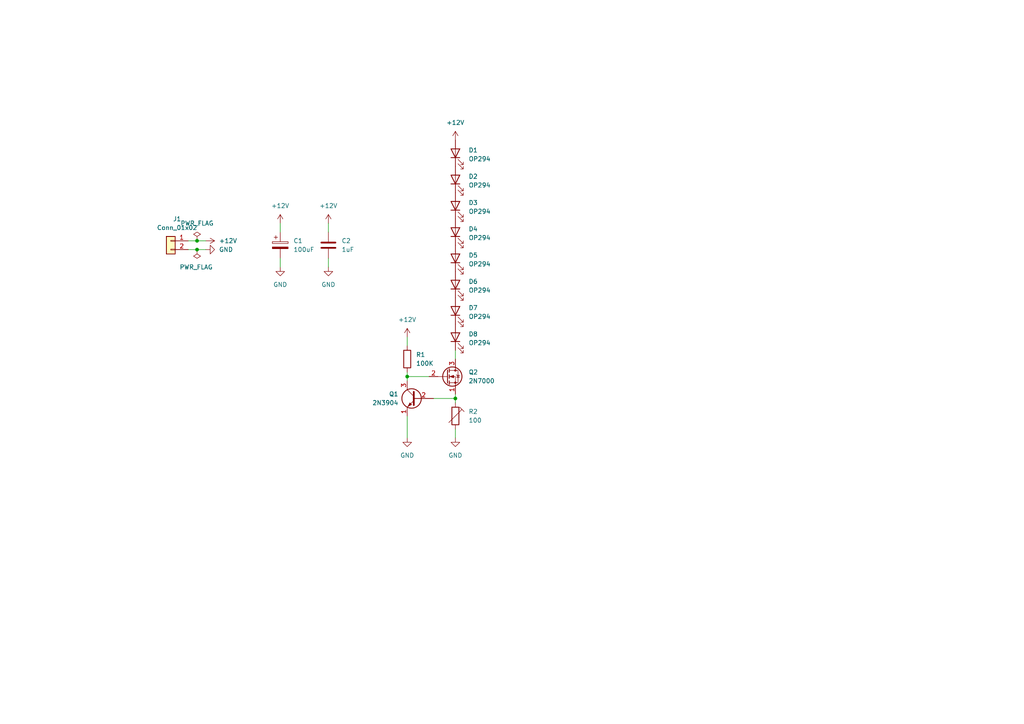
<source format=kicad_sch>
(kicad_sch (version 20210621) (generator eeschema)
  (paper "A4")
  (lib_symbols
    (symbol "Connector_Generic:Conn_01x02" (pin_names (offset 1.016) hide)
      (property "Reference" "J" (at 0 2.54 0))
      (property "Value" "Conn_01x02" (at 0 -5.08 0))
      (symbol "Conn_01x02_1_1"
        (rectangle (start -1.27 -2.413) (end 0 -2.667) (stroke (width 0.1524)))
        (rectangle (start -1.27 0.127) (end 0 -0.127) (stroke (width 0.1524)))
        (rectangle (start -1.27 1.27) (end 1.27 -3.81) (stroke (width 0.254)) (fill (type background)))
        (pin passive line (at -5.08 0 0) (length 3.81) (name "Pin_1") (number "1"))
        (pin passive line (at -5.08 -2.54 0) (length 3.81) (name "Pin_2") (number "2"))
      )
    )
    (symbol "Device:C" (pin_numbers hide) (pin_names (offset 0.254))
      (property "Reference" "C" (at 0.635 2.54 0))
      (property "Value" "C" (at 0.635 -2.54 0))
      (symbol "C_0_1"
        (polyline (pts (xy -2.032 -0.762) (xy 2.032 -0.762)) (stroke (width 0.508)))
        (polyline (pts (xy -2.032 0.762) (xy 2.032 0.762)) (stroke (width 0.508)))
      )
      (symbol "C_1_1"
        (pin passive line (at 0 3.81 270) (length 2.794) (name "~") (number "1"))
        (pin passive line (at 0 -3.81 90) (length 2.794) (name "~") (number "2"))
      )
    )
    (symbol "Device:C_Polarized" (pin_numbers hide) (pin_names (offset 0.254))
      (property "Reference" "C" (at 0.635 2.54 0))
      (property "Value" "C_Polarized" (at 0.635 -2.54 0))
      (symbol "C_Polarized_0_1"
        (rectangle (start -2.286 0.508) (end 2.286 1.016))
        (rectangle (start 2.286 -0.508) (end -2.286 -1.016) (fill (type outline)))
        (polyline (pts (xy -1.778 2.286) (xy -0.762 2.286)))
        (polyline (pts (xy -1.27 2.794) (xy -1.27 1.778)))
      )
      (symbol "C_Polarized_1_1"
        (pin passive line (at 0 3.81 270) (length 2.794) (name "~") (number "1"))
        (pin passive line (at 0 -3.81 90) (length 2.794) (name "~") (number "2"))
      )
    )
    (symbol "Device:LED" (pin_numbers hide) (pin_names (offset 1.016) hide)
      (property "Reference" "D" (at 0 2.54 0))
      (property "Value" "LED" (at 0 -2.54 0))
      (symbol "LED_0_1"
        (polyline (pts (xy -1.27 -1.27) (xy -1.27 1.27)) (stroke (width 0.254)))
        (polyline (pts (xy -1.27 0) (xy 1.27 0)))
        (polyline (pts (xy 1.27 -1.27) (xy 1.27 1.27) (xy -1.27 0) (xy 1.27 -1.27)) (stroke (width 0.254)))
        (polyline (pts (xy -3.048 -0.762) (xy -4.572 -2.286) (xy -3.81 -2.286) (xy -4.572 -2.286) (xy -4.572 -1.524)))
        (polyline (pts (xy -1.778 -0.762) (xy -3.302 -2.286) (xy -2.54 -2.286) (xy -3.302 -2.286) (xy -3.302 -1.524)))
      )
      (symbol "LED_1_1"
        (pin passive line (at -3.81 0 0) (length 2.54) (name "K") (number "1"))
        (pin passive line (at 3.81 0 180) (length 2.54) (name "A") (number "2"))
      )
    )
    (symbol "Device:R" (pin_numbers hide) (pin_names (offset 0))
      (property "Reference" "R" (at 2.032 0 90))
      (property "Value" "R" (at 0 0 90))
      (symbol "R_0_1"
        (rectangle (start -1.016 -2.54) (end 1.016 2.54) (stroke (width 0.254)))
      )
      (symbol "R_1_1"
        (pin passive line (at 0 3.81 270) (length 1.27) (name "~") (number "1"))
        (pin passive line (at 0 -3.81 90) (length 1.27) (name "~") (number "2"))
      )
    )
    (symbol "Device:R_Trim" (pin_numbers hide) (pin_names (offset 0))
      (property "Reference" "R" (at 2.54 -2.54 90))
      (property "Value" "R_Trim" (at -2.54 -0.635 90))
      (symbol "R_Trim_0_1"
        (rectangle (start -1.016 -2.54) (end 1.016 2.54) (stroke (width 0.254)))
        (polyline (pts (xy -1.905 -1.905) (xy 1.905 1.905) (xy 2.54 1.27) (xy 1.27 2.54)))
      )
      (symbol "R_Trim_1_1"
        (pin passive line (at 0 3.81 270) (length 1.27) (name "~") (number "1"))
        (pin passive line (at 0 -3.81 90) (length 1.27) (name "~") (number "2"))
      )
    )
    (symbol "Transistor_BJT:2N3904" (pin_names (offset 0) hide)
      (property "Reference" "Q" (at 5.08 1.905 0))
      (property "Value" "2N3904" (at 5.08 0 0))
      (symbol "2N3904_0_1"
        (circle (center 1.27 0) (radius 2.8194) (stroke (width 0.254)))
        (polyline (pts (xy 0.635 0.635) (xy 2.54 2.54)))
        (polyline (pts (xy 0.635 -0.635) (xy 2.54 -2.54) (xy 2.54 -2.54)))
        (polyline (pts (xy 0.635 1.905) (xy 0.635 -1.905) (xy 0.635 -1.905)) (stroke (width 0.508)))
        (polyline (pts (xy 1.27 -1.778) (xy 1.778 -1.27) (xy 2.286 -2.286) (xy 1.27 -1.778) (xy 1.27 -1.778)) (fill (type outline)))
      )
      (symbol "2N3904_1_1"
        (pin passive line (at 2.54 -5.08 90) (length 2.54) (name "E") (number "1"))
        (pin passive line (at -5.08 0 0) (length 5.715) (name "B") (number "2"))
        (pin passive line (at 2.54 5.08 270) (length 2.54) (name "C") (number "3"))
      )
    )
    (symbol "Transistor_FET:2N7000" (pin_names hide)
      (property "Reference" "Q" (at 5.08 1.905 0))
      (property "Value" "2N7000" (at 5.08 0 0))
      (symbol "2N7000_0_1"
        (circle (center 1.651 0) (radius 2.794) (stroke (width 0.254)))
        (circle (center 2.54 -1.778) (radius 0.254) (fill (type outline)))
        (circle (center 2.54 1.778) (radius 0.254) (fill (type outline)))
        (polyline (pts (xy 0.254 0) (xy -2.54 0)))
        (polyline (pts (xy 0.254 1.905) (xy 0.254 -1.905)) (stroke (width 0.254)))
        (polyline (pts (xy 0.762 -1.27) (xy 0.762 -2.286)) (stroke (width 0.254)))
        (polyline (pts (xy 0.762 0.508) (xy 0.762 -0.508)) (stroke (width 0.254)))
        (polyline (pts (xy 0.762 2.286) (xy 0.762 1.27)) (stroke (width 0.254)))
        (polyline (pts (xy 2.54 2.54) (xy 2.54 1.778)))
        (polyline (pts (xy 2.54 -2.54) (xy 2.54 0) (xy 0.762 0)))
        (polyline (pts (xy 0.762 -1.778) (xy 3.302 -1.778) (xy 3.302 1.778) (xy 0.762 1.778)))
        (polyline (pts (xy 2.794 0.508) (xy 2.921 0.381) (xy 3.683 0.381) (xy 3.81 0.254)))
        (polyline (pts (xy 3.302 0.381) (xy 2.921 -0.254) (xy 3.683 -0.254) (xy 3.302 0.381)))
        (polyline (pts (xy 1.016 0) (xy 2.032 0.381) (xy 2.032 -0.381) (xy 1.016 0)) (fill (type outline)))
      )
      (symbol "2N7000_1_1"
        (pin passive line (at 2.54 -5.08 90) (length 2.54) (name "S") (number "1"))
        (pin input line (at -5.08 0 0) (length 2.54) (name "G") (number "2"))
        (pin passive line (at 2.54 5.08 270) (length 2.54) (name "D") (number "3"))
      )
    )
    (symbol "power:+12V" (power) (pin_names (offset 0))
      (property "Value" "+12V" (at 0 3.556 0))
      (symbol "+12V_0_1"
        (polyline (pts (xy -0.762 1.27) (xy 0 2.54)))
        (polyline (pts (xy 0 0) (xy 0 2.54)))
        (polyline (pts (xy 0 2.54) (xy 0.762 1.27)))
      )
      (symbol "+12V_1_1"
        (pin power_in line (at 0 0 90) (length 0) hide (name "+12V") (number "1"))
      )
    )
    (symbol "power:GND" (power) (pin_names (offset 0))
      (property "Value" "GND" (at 0 -3.81 0))
      (symbol "GND_0_1"
        (polyline (pts (xy 0 0) (xy 0 -1.27) (xy 1.27 -1.27) (xy 0 -2.54) (xy -1.27 -1.27) (xy 0 -1.27)))
      )
      (symbol "GND_1_1"
        (pin power_in line (at 0 0 270) (length 0) hide (name "GND") (number "1"))
      )
    )
    (symbol "power:PWR_FLAG" (power) (pin_numbers hide) (pin_names (offset 0) hide)
      (property "Value" "PWR_FLAG" (at 0 3.81 0))
      (symbol "PWR_FLAG_0_0"
        (pin power_out line (at 0 0 90) (length 0) (name "pwr") (number "1"))
      )
      (symbol "PWR_FLAG_0_1"
        (polyline (pts (xy 0 0) (xy 0 1.27) (xy -1.016 1.905) (xy 0 2.54) (xy 1.016 1.905) (xy 0 1.27)))
      )
    )
  )
  (junction (at 57.15 69.85))
  (junction (at 57.15 72.39))
  (junction (at 118.11 109.22))
  (junction (at 132.08 115.57))
  (wire (pts (xy 54.61 69.85) (xy 57.15 69.85)))
  (wire (pts (xy 54.61 72.39) (xy 57.15 72.39)))
  (wire (pts (xy 57.15 69.85) (xy 59.69 69.85)))
  (wire (pts (xy 57.15 72.39) (xy 59.69 72.39)))
  (wire (pts (xy 81.28 64.77) (xy 81.28 67.31)))
  (wire (pts (xy 81.28 74.93) (xy 81.28 77.47)))
  (wire (pts (xy 95.25 64.77) (xy 95.25 67.31)))
  (wire (pts (xy 95.25 74.93) (xy 95.25 77.47)))
  (wire (pts (xy 118.11 97.79) (xy 118.11 100.33)))
  (wire (pts (xy 118.11 107.95) (xy 118.11 109.22)))
  (wire (pts (xy 118.11 109.22) (xy 118.11 110.49)))
  (wire (pts (xy 118.11 109.22) (xy 124.46 109.22)))
  (wire (pts (xy 118.11 120.65) (xy 118.11 127)))
  (wire (pts (xy 125.73 115.57) (xy 132.08 115.57)))
  (wire (pts (xy 132.08 101.6) (xy 132.08 104.14)))
  (wire (pts (xy 132.08 114.3) (xy 132.08 115.57)))
  (wire (pts (xy 132.08 115.57) (xy 132.08 116.84)))
  (wire (pts (xy 132.08 124.46) (xy 132.08 127)))
  (symbol (lib_id "power:+12V") (at 59.69 69.85 270) (unit 1)
    (property "Reference" "#PWR01" (effects hide))
    (property "Value" "+12V" (at 63.5 69.8499 90) (effects (justify left)))
  )
  (symbol (lib_id "power:+12V") (at 81.28 64.77 0) (unit 1)
    (property "Reference" "#PWR03" (effects hide))
    (property "Value" "+12V" (at 81.28 59.69 0))
  )
  (symbol (lib_id "power:+12V") (at 95.25 64.77 0) (unit 1)
    (property "Reference" "#PWR05" (effects hide))
    (property "Value" "+12V" (at 95.25 59.69 0))
  )
  (symbol (lib_id "power:+12V") (at 118.11 97.79 0) (unit 1)
    (property "Reference" "#PWR07" (effects hide))
    (property "Value" "+12V" (at 118.11 92.71 0))
  )
  (symbol (lib_id "power:+12V") (at 132.08 40.64 0) (unit 1)
    (property "Reference" "#PWR09" (effects hide))
    (property "Value" "+12V" (at 132.08 35.56 0))
  )
  (symbol (lib_id "power:PWR_FLAG") (at 57.15 69.85 0) (unit 1)
    (property "Reference" "#FLG01" (effects hide))
    (property "Value" "PWR_FLAG" (at 57.15 64.77 0))
  )
  (symbol (lib_id "power:PWR_FLAG") (at 57.15 72.39 180) (unit 1)
    (property "Reference" "#FLG02" (effects hide))
    (property "Value" "PWR_FLAG" (at 52.07 77.4699 0) (effects (justify right)))
  )
  (symbol (lib_id "power:GND") (at 59.69 72.39 90) (unit 1)
    (property "Reference" "#PWR02" (effects hide))
    (property "Value" "GND" (at 63.5 72.3899 90) (effects (justify right)))
  )
  (symbol (lib_id "power:GND") (at 81.28 77.47 0) (unit 1)
    (property "Reference" "#PWR04" (effects hide))
    (property "Value" "GND" (at 81.28 82.55 0))
  )
  (symbol (lib_id "power:GND") (at 95.25 77.47 0) (unit 1)
    (property "Reference" "#PWR06" (effects hide))
    (property "Value" "GND" (at 95.25 82.55 0))
  )
  (symbol (lib_id "power:GND") (at 118.11 127 0) (unit 1)
    (property "Reference" "#PWR08" (effects hide))
    (property "Value" "GND" (at 118.11 132.08 0))
  )
  (symbol (lib_id "power:GND") (at 132.08 127 0) (unit 1)
    (property "Reference" "#PWR010" (effects hide))
    (property "Value" "GND" (at 132.08 132.08 0))
  )
  (symbol (lib_id "Device:R") (at 118.11 104.14 0) (unit 1)
    (property "Reference" "R1" (at 120.65 102.8699 0) (effects (justify left)))
    (property "Value" "100K" (at 120.65 105.4099 0) (effects (justify left)))
    (property "Footprint" "Resistor_THT:R_Axial_DIN0207_L6.3mm_D2.5mm_P7.62mm_Horizontal" (effects hide))
  )
  (symbol (lib_id "Device:LED") (at 132.08 44.45 90) (unit 1)
    (property "Reference" "D1" (at 135.89 43.5609 90) (effects (justify right)))
    (property "Value" "OP294" (at 135.89 46.1009 90) (effects (justify right)))
    (property "Footprint" "LED_THT:LED_D5.0mm_IRGrey" (effects hide))
  )
  (symbol (lib_id "Device:LED") (at 132.08 52.07 90) (unit 1)
    (property "Reference" "D2" (at 135.89 51.1809 90) (effects (justify right)))
    (property "Value" "OP294" (at 135.89 53.7209 90) (effects (justify right)))
    (property "Footprint" "LED_THT:LED_D5.0mm_IRGrey" (effects hide))
  )
  (symbol (lib_id "Device:LED") (at 132.08 59.69 90) (unit 1)
    (property "Reference" "D3" (at 135.89 58.8009 90) (effects (justify right)))
    (property "Value" "OP294" (at 135.89 61.3409 90) (effects (justify right)))
    (property "Footprint" "LED_THT:LED_D5.0mm_IRGrey" (effects hide))
  )
  (symbol (lib_id "Device:LED") (at 132.08 67.31 90) (unit 1)
    (property "Reference" "D4" (at 135.89 66.4209 90) (effects (justify right)))
    (property "Value" "OP294" (at 135.89 68.9609 90) (effects (justify right)))
    (property "Footprint" "LED_THT:LED_D5.0mm_IRGrey" (effects hide))
  )
  (symbol (lib_id "Device:LED") (at 132.08 74.93 90) (unit 1)
    (property "Reference" "D5" (at 135.89 74.0409 90) (effects (justify right)))
    (property "Value" "OP294" (at 135.89 76.5809 90) (effects (justify right)))
    (property "Footprint" "LED_THT:LED_D5.0mm_IRGrey" (effects hide))
  )
  (symbol (lib_id "Device:LED") (at 132.08 82.55 90) (unit 1)
    (property "Reference" "D6" (at 135.89 81.6609 90) (effects (justify right)))
    (property "Value" "OP294" (at 135.89 84.2009 90) (effects (justify right)))
    (property "Footprint" "LED_THT:LED_D5.0mm_IRGrey" (effects hide))
  )
  (symbol (lib_id "Device:LED") (at 132.08 90.17 90) (unit 1)
    (property "Reference" "D7" (at 135.89 89.2809 90) (effects (justify right)))
    (property "Value" "OP294" (at 135.89 91.8209 90) (effects (justify right)))
    (property "Footprint" "LED_THT:LED_D5.0mm_IRGrey" (effects hide))
  )
  (symbol (lib_id "Device:LED") (at 132.08 97.79 90) (unit 1)
    (property "Reference" "D8" (at 135.89 96.9009 90) (effects (justify right)))
    (property "Value" "OP294" (at 135.89 99.4409 90) (effects (justify right)))
    (property "Footprint" "LED_THT:LED_D5.0mm_IRGrey" (effects hide))
  )
  (symbol (lib_id "Device:R_Trim") (at 132.08 120.65 0) (unit 1)
    (property "Reference" "R2" (at 135.89 119.3799 0) (effects (justify left)))
    (property "Value" "100" (at 135.89 121.9199 0) (effects (justify left)))
    (property "Footprint" "Potentiometer_THT:Potentiometer_Bourns_3296W_Vertical" (effects hide))
  )
  (symbol (lib_id "Connector_Generic:Conn_01x02") (at 49.53 69.85 0) (mirror y) (unit 1)
    (property "Reference" "J1" (at 51.3715 63.5 0))
    (property "Value" "Conn_01x02" (at 51.3715 66.04 0))
    (property "Footprint" "SaintGimp:KF2510_Header_1x02_Vertical" (effects hide))
  )
  (symbol (lib_id "Device:C_Polarized") (at 81.28 71.12 0) (unit 1)
    (property "Reference" "C1" (at 85.09 69.8499 0) (effects (justify left)))
    (property "Value" "100uF" (at 85.09 72.3899 0) (effects (justify left)))
    (property "Footprint" "Capacitor_THT:CP_Radial_D6.3mm_P2.50mm" (effects hide))
  )
  (symbol (lib_id "Device:C") (at 95.25 71.12 0) (unit 1)
    (property "Reference" "C2" (at 99.06 69.8499 0) (effects (justify left)))
    (property "Value" "1uF" (at 99.06 72.3899 0) (effects (justify left)))
    (property "Footprint" "Capacitor_THT:C_Disc_D4.7mm_W2.5mm_P5.00mm" (effects hide))
  )
  (symbol (lib_id "Transistor_BJT:2N3904") (at 120.65 115.57 0) (mirror y) (unit 1)
    (property "Reference" "Q1" (at 115.57 114.2999 0) (effects (justify left)))
    (property "Value" "2N3904" (at 115.57 116.8399 0) (effects (justify left)))
    (property "Footprint" "Package_TO_SOT_THT:TO-92_Inline" (effects hide))
    (property "Datasheet" "https://www.onsemi.com/pub/Collateral/2N3903-D.PDF" (effects hide))
  )
  (symbol (lib_id "Transistor_FET:2N7000") (at 129.54 109.22 0) (unit 1)
    (property "Reference" "Q2" (at 135.89 107.9499 0) (effects (justify left)))
    (property "Value" "2N7000" (at 135.89 110.4899 0) (effects (justify left)))
    (property "Footprint" "Package_TO_SOT_THT:TO-92_Inline" (effects hide))
    (property "Datasheet" "https://www.onsemi.com/pub/Collateral/NDS7002A-D.PDF" (effects hide))
  )
)
</source>
